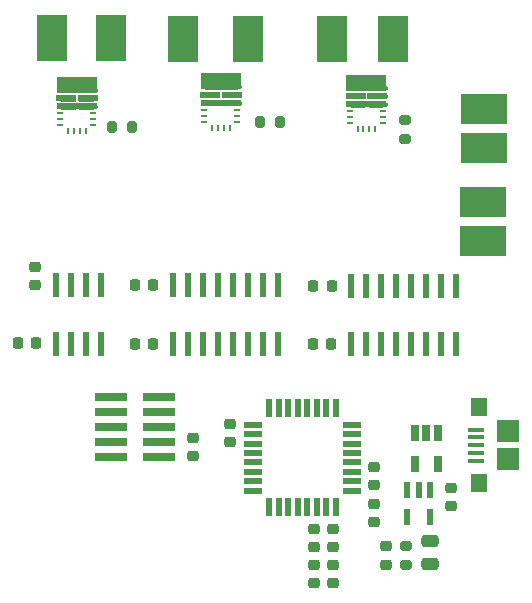
<source format=gbr>
%TF.GenerationSoftware,KiCad,Pcbnew,(6.0.7)*%
%TF.CreationDate,2022-10-31T13:10:49+02:00*%
%TF.ProjectId,DeltaX_SAGA,44656c74-6158-45f5-9341-47412e6b6963,rev?*%
%TF.SameCoordinates,Original*%
%TF.FileFunction,Paste,Top*%
%TF.FilePolarity,Positive*%
%FSLAX46Y46*%
G04 Gerber Fmt 4.6, Leading zero omitted, Abs format (unit mm)*
G04 Created by KiCad (PCBNEW (6.0.7)) date 2022-10-31 13:10:49*
%MOMM*%
%LPD*%
G01*
G04 APERTURE LIST*
G04 Aperture macros list*
%AMRoundRect*
0 Rectangle with rounded corners*
0 $1 Rounding radius*
0 $2 $3 $4 $5 $6 $7 $8 $9 X,Y pos of 4 corners*
0 Add a 4 corners polygon primitive as box body*
4,1,4,$2,$3,$4,$5,$6,$7,$8,$9,$2,$3,0*
0 Add four circle primitives for the rounded corners*
1,1,$1+$1,$2,$3*
1,1,$1+$1,$4,$5*
1,1,$1+$1,$6,$7*
1,1,$1+$1,$8,$9*
0 Add four rect primitives between the rounded corners*
20,1,$1+$1,$2,$3,$4,$5,0*
20,1,$1+$1,$4,$5,$6,$7,0*
20,1,$1+$1,$6,$7,$8,$9,0*
20,1,$1+$1,$8,$9,$2,$3,0*%
G04 Aperture macros list end*
%ADD10C,0.100000*%
%ADD11RoundRect,0.225000X-0.225000X-0.250000X0.225000X-0.250000X0.225000X0.250000X-0.225000X0.250000X0*%
%ADD12RoundRect,0.225000X-0.250000X0.225000X-0.250000X-0.225000X0.250000X-0.225000X0.250000X0.225000X0*%
%ADD13RoundRect,0.218750X-0.256250X0.218750X-0.256250X-0.218750X0.256250X-0.218750X0.256250X0.218750X0*%
%ADD14R,2.790000X0.740000*%
%ADD15R,4.000000X2.500000*%
%ADD16RoundRect,0.038500X-0.741500X-0.236500X0.741500X-0.236500X0.741500X0.236500X-0.741500X0.236500X0*%
%ADD17RoundRect,0.038500X0.236500X-0.741500X0.236500X0.741500X-0.236500X0.741500X-0.236500X-0.741500X0*%
%ADD18RoundRect,0.038500X0.741500X0.236500X-0.741500X0.236500X-0.741500X-0.236500X0.741500X-0.236500X0*%
%ADD19RoundRect,0.038500X-0.236500X0.741500X-0.236500X-0.741500X0.236500X-0.741500X0.236500X0.741500X0*%
%ADD20RoundRect,0.218750X0.256250X-0.218750X0.256250X0.218750X-0.256250X0.218750X-0.256250X-0.218750X0*%
%ADD21RoundRect,0.225000X0.250000X-0.225000X0.250000X0.225000X-0.250000X0.225000X-0.250000X-0.225000X0*%
%ADD22RoundRect,0.200000X0.275000X-0.200000X0.275000X0.200000X-0.275000X0.200000X-0.275000X-0.200000X0*%
%ADD23R,0.599999X0.249999*%
%ADD24R,3.500001X0.499999*%
%ADD25R,1.675000X0.499999*%
%ADD26R,3.500001X1.400000*%
%ADD27R,0.249999X0.599999*%
%ADD28R,2.500000X4.000000*%
%ADD29RoundRect,0.200000X0.200000X0.275000X-0.200000X0.275000X-0.200000X-0.275000X0.200000X-0.275000X0*%
%ADD30RoundRect,0.042000X-0.258000X0.638000X-0.258000X-0.638000X0.258000X-0.638000X0.258000X0.638000X0*%
%ADD31R,1.400000X1.600000*%
%ADD32R,1.900000X1.900000*%
%ADD33R,1.350000X0.400000*%
%ADD34RoundRect,0.250000X-0.475000X0.250000X-0.475000X-0.250000X0.475000X-0.250000X0.475000X0.250000X0*%
%ADD35RoundRect,0.041300X-0.253700X0.943700X-0.253700X-0.943700X0.253700X-0.943700X0.253700X0.943700X0*%
%ADD36R,0.580000X1.420000*%
G04 APERTURE END LIST*
%TO.C,U9*%
G36*
X142441602Y-91558016D02*
G01*
X142441599Y-91858015D01*
X142391602Y-91908015D01*
X141216600Y-91908015D01*
X141216600Y-91833014D01*
X140916601Y-91833014D01*
X140866601Y-91783014D01*
X140866601Y-91633014D01*
X140916601Y-91583017D01*
X141216600Y-91583015D01*
X141216600Y-91508016D01*
X142391599Y-91508016D01*
X142441602Y-91558016D01*
G37*
D10*
X142441602Y-91558016D02*
X142441599Y-91858015D01*
X142391602Y-91908015D01*
X141216600Y-91908015D01*
X141216600Y-91833014D01*
X140916601Y-91833014D01*
X140866601Y-91783014D01*
X140866601Y-91633014D01*
X140916601Y-91583017D01*
X141216600Y-91583015D01*
X141216600Y-91508016D01*
X142391599Y-91508016D01*
X142441602Y-91558016D01*
G36*
X143916577Y-91582984D02*
G01*
X144216576Y-91582984D01*
X144266576Y-91632984D01*
X144266576Y-91782984D01*
X144216576Y-91832981D01*
X143916577Y-91832984D01*
X143916577Y-91907982D01*
X142741578Y-91907982D01*
X142691576Y-91857982D01*
X142691578Y-91557983D01*
X142741576Y-91507983D01*
X143916577Y-91507983D01*
X143916577Y-91582984D01*
G37*
X143916577Y-91582984D02*
X144216576Y-91582984D01*
X144266576Y-91632984D01*
X144266576Y-91782984D01*
X144216576Y-91832981D01*
X143916577Y-91832984D01*
X143916577Y-91907982D01*
X142741578Y-91907982D01*
X142691576Y-91857982D01*
X142691578Y-91557983D01*
X142741576Y-91507983D01*
X143916577Y-91507983D01*
X143916577Y-91582984D01*
G36*
X143916600Y-92282998D02*
G01*
X144216599Y-92283000D01*
X144266599Y-92333000D01*
X144266599Y-92483000D01*
X144216599Y-92532997D01*
X143916600Y-92533000D01*
X143916600Y-92607999D01*
X142741601Y-92607999D01*
X142691598Y-92557999D01*
X142691601Y-92257999D01*
X142741598Y-92207999D01*
X143916600Y-92207999D01*
X143916600Y-92282998D01*
G37*
X143916600Y-92282998D02*
X144216599Y-92283000D01*
X144266599Y-92333000D01*
X144266599Y-92483000D01*
X144216599Y-92532997D01*
X143916600Y-92533000D01*
X143916600Y-92607999D01*
X142741601Y-92607999D01*
X142691598Y-92557999D01*
X142691601Y-92257999D01*
X142741598Y-92207999D01*
X143916600Y-92207999D01*
X143916600Y-92282998D01*
G36*
X141941600Y-89957999D02*
G01*
X141941600Y-90808000D01*
X142191599Y-90808000D01*
X142191599Y-89957999D01*
X142241599Y-89907999D01*
X142391599Y-89907999D01*
X142441599Y-89957999D01*
X142441599Y-90808000D01*
X142691601Y-90808000D01*
X142691601Y-89957999D01*
X142741601Y-89907999D01*
X142891601Y-89907999D01*
X142941601Y-89957999D01*
X142941601Y-90808000D01*
X143191600Y-90808000D01*
X143191600Y-89957999D01*
X143241600Y-89907999D01*
X143391600Y-89907999D01*
X143441600Y-89957999D01*
X143441600Y-90808000D01*
X143916600Y-90808000D01*
X143916600Y-90882998D01*
X144216599Y-90882998D01*
X144266599Y-90932998D01*
X144266599Y-91082998D01*
X144216599Y-91133000D01*
X143916600Y-91133000D01*
X143916600Y-91207999D01*
X141216600Y-91207999D01*
X141216600Y-91133000D01*
X140916601Y-91132998D01*
X140866601Y-91082998D01*
X140866601Y-90932998D01*
X140916601Y-90882998D01*
X141216600Y-90882998D01*
X141216600Y-90808000D01*
X141691600Y-90808000D01*
X141691600Y-89957999D01*
X141741600Y-89907999D01*
X141891600Y-89907999D01*
X141941600Y-89957999D01*
G37*
X141941600Y-89957999D02*
X141941600Y-90808000D01*
X142191599Y-90808000D01*
X142191599Y-89957999D01*
X142241599Y-89907999D01*
X142391599Y-89907999D01*
X142441599Y-89957999D01*
X142441599Y-90808000D01*
X142691601Y-90808000D01*
X142691601Y-89957999D01*
X142741601Y-89907999D01*
X142891601Y-89907999D01*
X142941601Y-89957999D01*
X142941601Y-90808000D01*
X143191600Y-90808000D01*
X143191600Y-89957999D01*
X143241600Y-89907999D01*
X143391600Y-89907999D01*
X143441600Y-89957999D01*
X143441600Y-90808000D01*
X143916600Y-90808000D01*
X143916600Y-90882998D01*
X144216599Y-90882998D01*
X144266599Y-90932998D01*
X144266599Y-91082998D01*
X144216599Y-91133000D01*
X143916600Y-91133000D01*
X143916600Y-91207999D01*
X141216600Y-91207999D01*
X141216600Y-91133000D01*
X140916601Y-91132998D01*
X140866601Y-91082998D01*
X140866601Y-90932998D01*
X140916601Y-90882998D01*
X141216600Y-90882998D01*
X141216600Y-90808000D01*
X141691600Y-90808000D01*
X141691600Y-89957999D01*
X141741600Y-89907999D01*
X141891600Y-89907999D01*
X141941600Y-89957999D01*
G36*
X142391599Y-92208032D02*
G01*
X142441602Y-92258032D01*
X142441599Y-92558032D01*
X142391602Y-92608032D01*
X141216600Y-92608032D01*
X141216600Y-92533030D01*
X140916601Y-92533030D01*
X140866601Y-92483028D01*
X140866601Y-92333031D01*
X140916601Y-92283031D01*
X141216600Y-92283031D01*
X141216600Y-92208030D01*
X142391599Y-92208032D01*
G37*
X142391599Y-92208032D02*
X142441602Y-92258032D01*
X142441599Y-92558032D01*
X142391602Y-92608032D01*
X141216600Y-92608032D01*
X141216600Y-92533030D01*
X140916601Y-92533030D01*
X140866601Y-92483028D01*
X140866601Y-92333031D01*
X140916601Y-92283031D01*
X141216600Y-92283031D01*
X141216600Y-92208030D01*
X142391599Y-92208032D01*
%TO.C,U10*%
G36*
X130200199Y-92491233D02*
G01*
X130250202Y-92541233D01*
X130250199Y-92841233D01*
X130200202Y-92891233D01*
X129025200Y-92891233D01*
X129025200Y-92816231D01*
X128725201Y-92816231D01*
X128675201Y-92766229D01*
X128675201Y-92616232D01*
X128725201Y-92566232D01*
X129025200Y-92566232D01*
X129025200Y-92491231D01*
X130200199Y-92491233D01*
G37*
X130200199Y-92491233D02*
X130250202Y-92541233D01*
X130250199Y-92841233D01*
X130200202Y-92891233D01*
X129025200Y-92891233D01*
X129025200Y-92816231D01*
X128725201Y-92816231D01*
X128675201Y-92766229D01*
X128675201Y-92616232D01*
X128725201Y-92566232D01*
X129025200Y-92566232D01*
X129025200Y-92491231D01*
X130200199Y-92491233D01*
G36*
X131725177Y-91866185D02*
G01*
X132025176Y-91866185D01*
X132075176Y-91916185D01*
X132075176Y-92066185D01*
X132025176Y-92116182D01*
X131725177Y-92116185D01*
X131725177Y-92191183D01*
X130550178Y-92191183D01*
X130500176Y-92141183D01*
X130500178Y-91841184D01*
X130550176Y-91791184D01*
X131725177Y-91791184D01*
X131725177Y-91866185D01*
G37*
X131725177Y-91866185D02*
X132025176Y-91866185D01*
X132075176Y-91916185D01*
X132075176Y-92066185D01*
X132025176Y-92116182D01*
X131725177Y-92116185D01*
X131725177Y-92191183D01*
X130550178Y-92191183D01*
X130500176Y-92141183D01*
X130500178Y-91841184D01*
X130550176Y-91791184D01*
X131725177Y-91791184D01*
X131725177Y-91866185D01*
G36*
X131725200Y-92566199D02*
G01*
X132025199Y-92566201D01*
X132075199Y-92616201D01*
X132075199Y-92766201D01*
X132025199Y-92816198D01*
X131725200Y-92816201D01*
X131725200Y-92891200D01*
X130550201Y-92891200D01*
X130500198Y-92841200D01*
X130500201Y-92541200D01*
X130550198Y-92491200D01*
X131725200Y-92491200D01*
X131725200Y-92566199D01*
G37*
X131725200Y-92566199D02*
X132025199Y-92566201D01*
X132075199Y-92616201D01*
X132075199Y-92766201D01*
X132025199Y-92816198D01*
X131725200Y-92816201D01*
X131725200Y-92891200D01*
X130550201Y-92891200D01*
X130500198Y-92841200D01*
X130500201Y-92541200D01*
X130550198Y-92491200D01*
X131725200Y-92491200D01*
X131725200Y-92566199D01*
G36*
X129750200Y-90241200D02*
G01*
X129750200Y-91091201D01*
X130000199Y-91091201D01*
X130000199Y-90241200D01*
X130050199Y-90191200D01*
X130200199Y-90191200D01*
X130250199Y-90241200D01*
X130250199Y-91091201D01*
X130500201Y-91091201D01*
X130500201Y-90241200D01*
X130550201Y-90191200D01*
X130700201Y-90191200D01*
X130750201Y-90241200D01*
X130750201Y-91091201D01*
X131000200Y-91091201D01*
X131000200Y-90241200D01*
X131050200Y-90191200D01*
X131200200Y-90191200D01*
X131250200Y-90241200D01*
X131250200Y-91091201D01*
X131725200Y-91091201D01*
X131725200Y-91166199D01*
X132025199Y-91166199D01*
X132075199Y-91216199D01*
X132075199Y-91366199D01*
X132025199Y-91416201D01*
X131725200Y-91416201D01*
X131725200Y-91491200D01*
X129025200Y-91491200D01*
X129025200Y-91416201D01*
X128725201Y-91416199D01*
X128675201Y-91366199D01*
X128675201Y-91216199D01*
X128725201Y-91166199D01*
X129025200Y-91166199D01*
X129025200Y-91091201D01*
X129500200Y-91091201D01*
X129500200Y-90241200D01*
X129550200Y-90191200D01*
X129700200Y-90191200D01*
X129750200Y-90241200D01*
G37*
X129750200Y-90241200D02*
X129750200Y-91091201D01*
X130000199Y-91091201D01*
X130000199Y-90241200D01*
X130050199Y-90191200D01*
X130200199Y-90191200D01*
X130250199Y-90241200D01*
X130250199Y-91091201D01*
X130500201Y-91091201D01*
X130500201Y-90241200D01*
X130550201Y-90191200D01*
X130700201Y-90191200D01*
X130750201Y-90241200D01*
X130750201Y-91091201D01*
X131000200Y-91091201D01*
X131000200Y-90241200D01*
X131050200Y-90191200D01*
X131200200Y-90191200D01*
X131250200Y-90241200D01*
X131250200Y-91091201D01*
X131725200Y-91091201D01*
X131725200Y-91166199D01*
X132025199Y-91166199D01*
X132075199Y-91216199D01*
X132075199Y-91366199D01*
X132025199Y-91416201D01*
X131725200Y-91416201D01*
X131725200Y-91491200D01*
X129025200Y-91491200D01*
X129025200Y-91416201D01*
X128725201Y-91416199D01*
X128675201Y-91366199D01*
X128675201Y-91216199D01*
X128725201Y-91166199D01*
X129025200Y-91166199D01*
X129025200Y-91091201D01*
X129500200Y-91091201D01*
X129500200Y-90241200D01*
X129550200Y-90191200D01*
X129700200Y-90191200D01*
X129750200Y-90241200D01*
G36*
X130250202Y-91841217D02*
G01*
X130250199Y-92141216D01*
X130200202Y-92191216D01*
X129025200Y-92191216D01*
X129025200Y-92116215D01*
X128725201Y-92116215D01*
X128675201Y-92066215D01*
X128675201Y-91916215D01*
X128725201Y-91866218D01*
X129025200Y-91866216D01*
X129025200Y-91791217D01*
X130200199Y-91791217D01*
X130250202Y-91841217D01*
G37*
X130250202Y-91841217D02*
X130250199Y-92141216D01*
X130200202Y-92191216D01*
X129025200Y-92191216D01*
X129025200Y-92116215D01*
X128725201Y-92116215D01*
X128675201Y-92066215D01*
X128675201Y-91916215D01*
X128725201Y-91866218D01*
X129025200Y-91866216D01*
X129025200Y-91791217D01*
X130200199Y-91791217D01*
X130250202Y-91841217D01*
%TO.C,U11*%
G36*
X154711199Y-92313433D02*
G01*
X154761202Y-92363433D01*
X154761199Y-92663433D01*
X154711202Y-92713433D01*
X153536200Y-92713433D01*
X153536200Y-92638431D01*
X153236201Y-92638431D01*
X153186201Y-92588429D01*
X153186201Y-92438432D01*
X153236201Y-92388432D01*
X153536200Y-92388432D01*
X153536200Y-92313431D01*
X154711199Y-92313433D01*
G37*
X154711199Y-92313433D02*
X154761202Y-92363433D01*
X154761199Y-92663433D01*
X154711202Y-92713433D01*
X153536200Y-92713433D01*
X153536200Y-92638431D01*
X153236201Y-92638431D01*
X153186201Y-92588429D01*
X153186201Y-92438432D01*
X153236201Y-92388432D01*
X153536200Y-92388432D01*
X153536200Y-92313431D01*
X154711199Y-92313433D01*
G36*
X154261200Y-90063400D02*
G01*
X154261200Y-90913401D01*
X154511199Y-90913401D01*
X154511199Y-90063400D01*
X154561199Y-90013400D01*
X154711199Y-90013400D01*
X154761199Y-90063400D01*
X154761199Y-90913401D01*
X155011201Y-90913401D01*
X155011201Y-90063400D01*
X155061201Y-90013400D01*
X155211201Y-90013400D01*
X155261201Y-90063400D01*
X155261201Y-90913401D01*
X155511200Y-90913401D01*
X155511200Y-90063400D01*
X155561200Y-90013400D01*
X155711200Y-90013400D01*
X155761200Y-90063400D01*
X155761200Y-90913401D01*
X156236200Y-90913401D01*
X156236200Y-90988399D01*
X156536199Y-90988399D01*
X156586199Y-91038399D01*
X156586199Y-91188399D01*
X156536199Y-91238401D01*
X156236200Y-91238401D01*
X156236200Y-91313400D01*
X153536200Y-91313400D01*
X153536200Y-91238401D01*
X153236201Y-91238399D01*
X153186201Y-91188399D01*
X153186201Y-91038399D01*
X153236201Y-90988399D01*
X153536200Y-90988399D01*
X153536200Y-90913401D01*
X154011200Y-90913401D01*
X154011200Y-90063400D01*
X154061200Y-90013400D01*
X154211200Y-90013400D01*
X154261200Y-90063400D01*
G37*
X154261200Y-90063400D02*
X154261200Y-90913401D01*
X154511199Y-90913401D01*
X154511199Y-90063400D01*
X154561199Y-90013400D01*
X154711199Y-90013400D01*
X154761199Y-90063400D01*
X154761199Y-90913401D01*
X155011201Y-90913401D01*
X155011201Y-90063400D01*
X155061201Y-90013400D01*
X155211201Y-90013400D01*
X155261201Y-90063400D01*
X155261201Y-90913401D01*
X155511200Y-90913401D01*
X155511200Y-90063400D01*
X155561200Y-90013400D01*
X155711200Y-90013400D01*
X155761200Y-90063400D01*
X155761200Y-90913401D01*
X156236200Y-90913401D01*
X156236200Y-90988399D01*
X156536199Y-90988399D01*
X156586199Y-91038399D01*
X156586199Y-91188399D01*
X156536199Y-91238401D01*
X156236200Y-91238401D01*
X156236200Y-91313400D01*
X153536200Y-91313400D01*
X153536200Y-91238401D01*
X153236201Y-91238399D01*
X153186201Y-91188399D01*
X153186201Y-91038399D01*
X153236201Y-90988399D01*
X153536200Y-90988399D01*
X153536200Y-90913401D01*
X154011200Y-90913401D01*
X154011200Y-90063400D01*
X154061200Y-90013400D01*
X154211200Y-90013400D01*
X154261200Y-90063400D01*
G36*
X154761202Y-91663417D02*
G01*
X154761199Y-91963416D01*
X154711202Y-92013416D01*
X153536200Y-92013416D01*
X153536200Y-91938415D01*
X153236201Y-91938415D01*
X153186201Y-91888415D01*
X153186201Y-91738415D01*
X153236201Y-91688418D01*
X153536200Y-91688416D01*
X153536200Y-91613417D01*
X154711199Y-91613417D01*
X154761202Y-91663417D01*
G37*
X154761202Y-91663417D02*
X154761199Y-91963416D01*
X154711202Y-92013416D01*
X153536200Y-92013416D01*
X153536200Y-91938415D01*
X153236201Y-91938415D01*
X153186201Y-91888415D01*
X153186201Y-91738415D01*
X153236201Y-91688418D01*
X153536200Y-91688416D01*
X153536200Y-91613417D01*
X154711199Y-91613417D01*
X154761202Y-91663417D01*
G36*
X156236200Y-92388399D02*
G01*
X156536199Y-92388401D01*
X156586199Y-92438401D01*
X156586199Y-92588401D01*
X156536199Y-92638398D01*
X156236200Y-92638401D01*
X156236200Y-92713400D01*
X155061201Y-92713400D01*
X155011198Y-92663400D01*
X155011201Y-92363400D01*
X155061198Y-92313400D01*
X156236200Y-92313400D01*
X156236200Y-92388399D01*
G37*
X156236200Y-92388399D02*
X156536199Y-92388401D01*
X156586199Y-92438401D01*
X156586199Y-92588401D01*
X156536199Y-92638398D01*
X156236200Y-92638401D01*
X156236200Y-92713400D01*
X155061201Y-92713400D01*
X155011198Y-92663400D01*
X155011201Y-92363400D01*
X155061198Y-92313400D01*
X156236200Y-92313400D01*
X156236200Y-92388399D01*
G36*
X156236177Y-91688385D02*
G01*
X156536176Y-91688385D01*
X156586176Y-91738385D01*
X156586176Y-91888385D01*
X156536176Y-91938382D01*
X156236177Y-91938385D01*
X156236177Y-92013383D01*
X155061178Y-92013383D01*
X155011176Y-91963383D01*
X155011178Y-91663384D01*
X155061176Y-91613384D01*
X156236177Y-91613384D01*
X156236177Y-91688385D01*
G37*
X156236177Y-91688385D02*
X156536176Y-91688385D01*
X156586176Y-91738385D01*
X156586176Y-91888385D01*
X156536176Y-91938382D01*
X156236177Y-91938385D01*
X156236177Y-92013383D01*
X155061178Y-92013383D01*
X155011176Y-91963383D01*
X155011178Y-91663384D01*
X155061176Y-91613384D01*
X156236177Y-91613384D01*
X156236177Y-91688385D01*
%TD*%
D11*
%TO.C,C2*%
X125383200Y-112757600D03*
X126933200Y-112757600D03*
%TD*%
D12*
%TO.C,C1*%
X143354000Y-119577200D03*
X143354000Y-121127200D03*
%TD*%
D13*
%TO.C,FB1*%
X150466000Y-131502700D03*
X150466000Y-133077700D03*
%TD*%
D12*
%TO.C,C8*%
X150466000Y-128441800D03*
X150466000Y-129991800D03*
%TD*%
D14*
%TO.C,J2*%
X133267200Y-117253400D03*
X137337200Y-117253400D03*
X133267200Y-118523400D03*
X137337200Y-118523400D03*
X133267200Y-119793400D03*
X137337200Y-119793400D03*
X133267200Y-121063400D03*
X137337200Y-121063400D03*
X133267200Y-122333400D03*
X137337200Y-122333400D03*
%TD*%
D15*
%TO.C,J16*%
X164768800Y-104054200D03*
%TD*%
D16*
%TO.C,U3*%
X145295400Y-119635000D03*
X145295400Y-120435000D03*
X145295400Y-121235000D03*
X145295400Y-122035000D03*
X145295400Y-122835000D03*
X145295400Y-123635000D03*
X145295400Y-124435000D03*
X145295400Y-125235000D03*
D17*
X146675400Y-126615000D03*
X147475400Y-126615000D03*
X148275400Y-126615000D03*
X149075400Y-126615000D03*
X149875400Y-126615000D03*
X150675400Y-126615000D03*
X151475400Y-126615000D03*
X152275400Y-126615000D03*
D18*
X153655400Y-125235000D03*
X153655400Y-124435000D03*
X153655400Y-123635000D03*
X153655400Y-122835000D03*
X153655400Y-122035000D03*
X153655400Y-121235000D03*
X153655400Y-120435000D03*
X153655400Y-119635000D03*
D19*
X152275400Y-118255000D03*
X151475400Y-118255000D03*
X150675400Y-118255000D03*
X149875400Y-118255000D03*
X149075400Y-118255000D03*
X148275400Y-118255000D03*
X147475400Y-118255000D03*
X146675400Y-118255000D03*
%TD*%
D20*
%TO.C,D1*%
X156583300Y-131506800D03*
X156583300Y-129931800D03*
%TD*%
D15*
%TO.C,J17*%
X164743400Y-100752200D03*
%TD*%
D21*
%TO.C,C11*%
X152091600Y-133065200D03*
X152091600Y-131515200D03*
%TD*%
D22*
%TO.C,R4*%
X158208800Y-131544200D03*
X158208800Y-129894200D03*
%TD*%
D23*
%TO.C,U9*%
X143966600Y-93983000D03*
X143966600Y-93482998D03*
X143966600Y-92982999D03*
D24*
X142566600Y-92407999D03*
D25*
X143479100Y-91707998D03*
D26*
X142566600Y-90558000D03*
D25*
X141654100Y-91707998D03*
D23*
X141166600Y-92982999D03*
X141166600Y-93482998D03*
X141166600Y-93983000D03*
D27*
X141816599Y-94508000D03*
X142316600Y-94508000D03*
X142816600Y-94508000D03*
X143316601Y-94508000D03*
%TD*%
D28*
%TO.C,J4*%
X128253400Y-86883400D03*
%TD*%
D15*
%TO.C,J7*%
X164867800Y-96171400D03*
%TD*%
D21*
%TO.C,C5*%
X126844000Y-107817600D03*
X126844000Y-106267600D03*
%TD*%
D29*
%TO.C,R11*%
X135035000Y-94418800D03*
X133385000Y-94418800D03*
%TD*%
D11*
%TO.C,C16*%
X135289200Y-112783000D03*
X136839200Y-112783000D03*
%TD*%
D28*
%TO.C,J12*%
X139315400Y-86951200D03*
%TD*%
D23*
%TO.C,U10*%
X131775200Y-94266201D03*
X131775200Y-93766199D03*
X131775200Y-93266200D03*
D24*
X130375200Y-92691200D03*
D25*
X131287700Y-91991199D03*
D26*
X130375200Y-90841201D03*
D25*
X129462700Y-91991199D03*
D23*
X128975200Y-93266200D03*
X128975200Y-93766199D03*
X128975200Y-94266201D03*
D27*
X129625199Y-94791201D03*
X130125200Y-94791201D03*
X130625200Y-94791201D03*
X131125201Y-94791201D03*
%TD*%
D28*
%TO.C,J13*%
X144864200Y-86965000D03*
%TD*%
D21*
%TO.C,C6*%
X155520600Y-124759400D03*
X155520600Y-123209400D03*
%TD*%
D29*
%TO.C,R10*%
X147557200Y-94012400D03*
X145907200Y-94012400D03*
%TD*%
D30*
%TO.C,U1*%
X160915600Y-120371000D03*
X159965600Y-120371000D03*
X159015600Y-120371000D03*
X159015600Y-122971000D03*
X160915600Y-122971000D03*
%TD*%
D21*
%TO.C,C3*%
X140229800Y-122295600D03*
X140229800Y-120745600D03*
%TD*%
D31*
%TO.C,J1*%
X164424400Y-124568200D03*
D32*
X166874400Y-120168200D03*
X166874400Y-122568200D03*
D31*
X164424400Y-118168200D03*
D33*
X164199400Y-122668200D03*
X164199400Y-122018200D03*
X164199400Y-121368200D03*
X164199400Y-120718200D03*
X164199400Y-120068200D03*
%TD*%
D15*
%TO.C,J5*%
X164867800Y-92894800D03*
%TD*%
D12*
%TO.C,C7*%
X162018800Y-124994200D03*
X162018800Y-126544200D03*
%TD*%
D11*
%TO.C,C19*%
X135289200Y-107830000D03*
X136839200Y-107830000D03*
%TD*%
D34*
%TO.C,C10*%
X160257600Y-129488600D03*
X160257600Y-131388600D03*
%TD*%
D28*
%TO.C,J11*%
X133284200Y-86905000D03*
%TD*%
D12*
%TO.C,C4*%
X155495200Y-126333600D03*
X155495200Y-127883600D03*
%TD*%
D11*
%TO.C,C18*%
X150402200Y-107880800D03*
X151952200Y-107880800D03*
%TD*%
D22*
%TO.C,R12*%
X158187600Y-95447000D03*
X158187600Y-93797000D03*
%TD*%
D28*
%TO.C,J15*%
X157118800Y-86951200D03*
%TD*%
%TO.C,J14*%
X151978800Y-86951200D03*
%TD*%
D11*
%TO.C,C15*%
X150351400Y-112833800D03*
X151901400Y-112833800D03*
%TD*%
D12*
%TO.C,C9*%
X152015400Y-128441800D03*
X152015400Y-129991800D03*
%TD*%
D23*
%TO.C,U11*%
X156286200Y-94088401D03*
X156286200Y-93588399D03*
X156286200Y-93088400D03*
D24*
X154886200Y-92513400D03*
D25*
X155798700Y-91813399D03*
D26*
X154886200Y-90663401D03*
D25*
X153973700Y-91813399D03*
D23*
X153486200Y-93088400D03*
X153486200Y-93588399D03*
X153486200Y-94088401D03*
D27*
X154136199Y-94613401D03*
X154636200Y-94613401D03*
X155136200Y-94613401D03*
X155636201Y-94613401D03*
%TD*%
D35*
%TO.C,U7*%
X138477200Y-112794200D03*
X139747200Y-112794200D03*
X141017200Y-112794200D03*
X142287200Y-112794200D03*
X143557200Y-112794200D03*
X144827200Y-112794200D03*
X146097200Y-112794200D03*
X147367200Y-112794200D03*
X147367200Y-107844200D03*
X146097200Y-107844200D03*
X144827200Y-107844200D03*
X143557200Y-107844200D03*
X142287200Y-107844200D03*
X141017200Y-107844200D03*
X139747200Y-107844200D03*
X138477200Y-107844200D03*
%TD*%
%TO.C,U6*%
X153590200Y-112821800D03*
X154860200Y-112821800D03*
X156130200Y-112821800D03*
X157400200Y-112821800D03*
X158670200Y-112821800D03*
X159940200Y-112821800D03*
X161210200Y-112821800D03*
X162480200Y-112821800D03*
X162480200Y-107871800D03*
X161210200Y-107871800D03*
X159940200Y-107871800D03*
X158670200Y-107871800D03*
X157400200Y-107871800D03*
X156130200Y-107871800D03*
X154860200Y-107871800D03*
X153590200Y-107871800D03*
%TD*%
D36*
%TO.C,U2*%
X160250900Y-125169500D03*
X159300900Y-125169500D03*
X158350900Y-125169500D03*
X158350900Y-127459500D03*
X160250900Y-127459500D03*
%TD*%
D35*
%TO.C,U8*%
X128596600Y-112771000D03*
X129866600Y-112771000D03*
X131136600Y-112771000D03*
X132406600Y-112771000D03*
X132406600Y-107821000D03*
X131136600Y-107821000D03*
X129866600Y-107821000D03*
X128596600Y-107821000D03*
%TD*%
M02*

</source>
